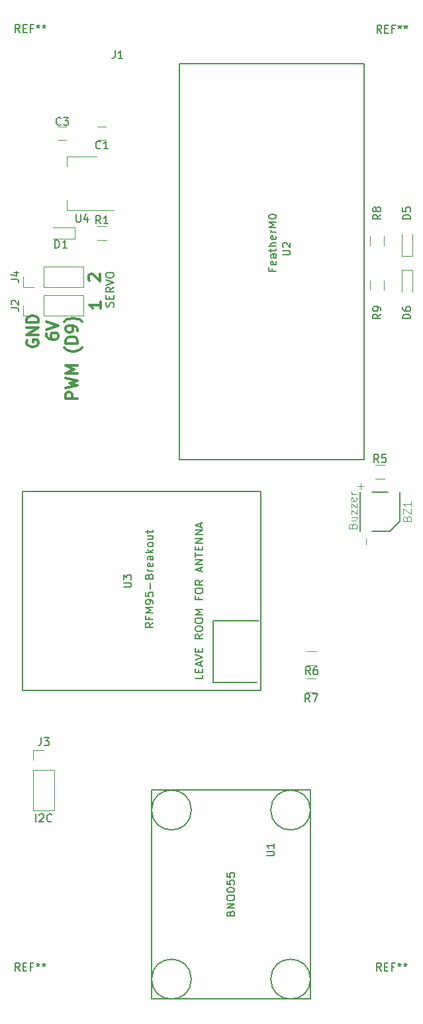
<source format=gto>
G04 #@! TF.GenerationSoftware,KiCad,Pcbnew,(5.1.0)-1*
G04 #@! TF.CreationDate,2019-04-08T21:34:39-05:00*
G04 #@! TF.ProjectId,TheHub2,54686548-7562-4322-9e6b-696361645f70,1.0*
G04 #@! TF.SameCoordinates,Original*
G04 #@! TF.FileFunction,Legend,Top*
G04 #@! TF.FilePolarity,Positive*
%FSLAX46Y46*%
G04 Gerber Fmt 4.6, Leading zero omitted, Abs format (unit mm)*
G04 Created by KiCad (PCBNEW (5.1.0)-1) date 2019-04-08 21:34:39*
%MOMM*%
%LPD*%
G04 APERTURE LIST*
%ADD10C,0.300000*%
%ADD11C,0.127000*%
%ADD12C,0.120000*%
%ADD13C,0.150000*%
%ADD14C,0.050000*%
G04 APERTURE END LIST*
D10*
X110179728Y-122920071D02*
X110108300Y-122848642D01*
X110036871Y-122705785D01*
X110036871Y-122348642D01*
X110108300Y-122205785D01*
X110179728Y-122134357D01*
X110322585Y-122062928D01*
X110465442Y-122062928D01*
X110679728Y-122134357D01*
X111536871Y-122991500D01*
X111536871Y-122062928D01*
X111625771Y-125593528D02*
X111625771Y-126450671D01*
X111625771Y-126022100D02*
X110125771Y-126022100D01*
X110340057Y-126164957D01*
X110482914Y-126307814D01*
X110554342Y-126450671D01*
X108641271Y-137997557D02*
X107141271Y-137997557D01*
X107141271Y-137426128D01*
X107212700Y-137283271D01*
X107284128Y-137211842D01*
X107426985Y-137140414D01*
X107641271Y-137140414D01*
X107784128Y-137211842D01*
X107855557Y-137283271D01*
X107926985Y-137426128D01*
X107926985Y-137997557D01*
X107141271Y-136640414D02*
X108641271Y-136283271D01*
X107569842Y-135997557D01*
X108641271Y-135711842D01*
X107141271Y-135354700D01*
X108641271Y-134783271D02*
X107141271Y-134783271D01*
X108212700Y-134283271D01*
X107141271Y-133783271D01*
X108641271Y-133783271D01*
X109212700Y-131497557D02*
X109141271Y-131568985D01*
X108926985Y-131711842D01*
X108784128Y-131783271D01*
X108569842Y-131854700D01*
X108212700Y-131926128D01*
X107926985Y-131926128D01*
X107569842Y-131854700D01*
X107355557Y-131783271D01*
X107212700Y-131711842D01*
X106998414Y-131568985D01*
X106926985Y-131497557D01*
X108641271Y-130926128D02*
X107141271Y-130926128D01*
X107141271Y-130568985D01*
X107212700Y-130354700D01*
X107355557Y-130211842D01*
X107498414Y-130140414D01*
X107784128Y-130068985D01*
X107998414Y-130068985D01*
X108284128Y-130140414D01*
X108426985Y-130211842D01*
X108569842Y-130354700D01*
X108641271Y-130568985D01*
X108641271Y-130926128D01*
X108641271Y-129354700D02*
X108641271Y-129068985D01*
X108569842Y-128926128D01*
X108498414Y-128854700D01*
X108284128Y-128711842D01*
X107998414Y-128640414D01*
X107426985Y-128640414D01*
X107284128Y-128711842D01*
X107212700Y-128783271D01*
X107141271Y-128926128D01*
X107141271Y-129211842D01*
X107212700Y-129354700D01*
X107284128Y-129426128D01*
X107426985Y-129497557D01*
X107784128Y-129497557D01*
X107926985Y-129426128D01*
X107998414Y-129354700D01*
X108069842Y-129211842D01*
X108069842Y-128926128D01*
X107998414Y-128783271D01*
X107926985Y-128711842D01*
X107784128Y-128640414D01*
X109212700Y-128140414D02*
X109141271Y-128068985D01*
X108926985Y-127926128D01*
X108784128Y-127854700D01*
X108569842Y-127783271D01*
X108212700Y-127711842D01*
X107926985Y-127711842D01*
X107569842Y-127783271D01*
X107355557Y-127854700D01*
X107212700Y-127926128D01*
X106998414Y-128068985D01*
X106926985Y-128140414D01*
X104652071Y-129706642D02*
X104652071Y-129992357D01*
X104723500Y-130135214D01*
X104794928Y-130206642D01*
X105009214Y-130349500D01*
X105294928Y-130420928D01*
X105866357Y-130420928D01*
X106009214Y-130349500D01*
X106080642Y-130278071D01*
X106152071Y-130135214D01*
X106152071Y-129849500D01*
X106080642Y-129706642D01*
X106009214Y-129635214D01*
X105866357Y-129563785D01*
X105509214Y-129563785D01*
X105366357Y-129635214D01*
X105294928Y-129706642D01*
X105223500Y-129849500D01*
X105223500Y-130135214D01*
X105294928Y-130278071D01*
X105366357Y-130349500D01*
X105509214Y-130420928D01*
X104652071Y-129135214D02*
X106152071Y-128635214D01*
X104652071Y-128135214D01*
X102208900Y-130530457D02*
X102137471Y-130673314D01*
X102137471Y-130887600D01*
X102208900Y-131101885D01*
X102351757Y-131244742D01*
X102494614Y-131316171D01*
X102780328Y-131387600D01*
X102994614Y-131387600D01*
X103280328Y-131316171D01*
X103423185Y-131244742D01*
X103566042Y-131101885D01*
X103637471Y-130887600D01*
X103637471Y-130744742D01*
X103566042Y-130530457D01*
X103494614Y-130459028D01*
X102994614Y-130459028D01*
X102994614Y-130744742D01*
X103637471Y-129816171D02*
X102137471Y-129816171D01*
X103637471Y-128959028D01*
X102137471Y-128959028D01*
X103637471Y-128244742D02*
X102137471Y-128244742D01*
X102137471Y-127887600D01*
X102208900Y-127673314D01*
X102351757Y-127530457D01*
X102494614Y-127459028D01*
X102780328Y-127387600D01*
X102994614Y-127387600D01*
X103280328Y-127459028D01*
X103423185Y-127530457D01*
X103566042Y-127673314D01*
X103637471Y-127887600D01*
X103637471Y-128244742D01*
D11*
X144820000Y-154900000D02*
X144820000Y-149900000D01*
X148320000Y-149900000D02*
X146320000Y-149900000D01*
X149820000Y-149900000D02*
X149820000Y-153670000D01*
X149820000Y-153670000D02*
X148590000Y-154900000D01*
X148590000Y-154900000D02*
X146320000Y-154900000D01*
D12*
X111260000Y-104990000D02*
X112260000Y-104990000D01*
X112260000Y-103290000D02*
X111260000Y-103290000D01*
X106180000Y-104990000D02*
X107180000Y-104990000D01*
X107180000Y-103290000D02*
X106180000Y-103290000D01*
X108310000Y-117540000D02*
X105510000Y-117540000D01*
X108310000Y-116140000D02*
X105510000Y-116140000D01*
X108310000Y-117540000D02*
X108310000Y-116140000D01*
X150074400Y-119765400D02*
X151474400Y-119765400D01*
X151474400Y-119765400D02*
X151474400Y-116965400D01*
X150074400Y-119765400D02*
X150074400Y-116965400D01*
X151474400Y-121585400D02*
X151474400Y-124385400D01*
X150074400Y-121585400D02*
X150074400Y-124385400D01*
X151474400Y-121585400D02*
X150074400Y-121585400D01*
X109419700Y-127415600D02*
X109419700Y-124755600D01*
X104279700Y-127415600D02*
X109419700Y-127415600D01*
X104279700Y-124755600D02*
X109419700Y-124755600D01*
X104279700Y-127415600D02*
X104279700Y-124755600D01*
X103009700Y-127415600D02*
X101679700Y-127415600D01*
X101679700Y-127415600D02*
X101679700Y-126085600D01*
X102975100Y-182820000D02*
X104305100Y-182820000D01*
X102975100Y-184150000D02*
X102975100Y-182820000D01*
X102975100Y-185420000D02*
X105635100Y-185420000D01*
X105635100Y-185420000D02*
X105635100Y-190560000D01*
X102975100Y-185420000D02*
X102975100Y-190560000D01*
X102975100Y-190560000D02*
X105635100Y-190560000D01*
X112360000Y-117720000D02*
X111160000Y-117720000D01*
X111160000Y-115960000D02*
X112360000Y-115960000D01*
X147920000Y-148200000D02*
X146720000Y-148200000D01*
X146720000Y-146440000D02*
X147920000Y-146440000D01*
X146084400Y-118415400D02*
X146084400Y-117215400D01*
X147844400Y-117215400D02*
X147844400Y-118415400D01*
X147844400Y-122935400D02*
X147844400Y-124135400D01*
X146084400Y-124135400D02*
X146084400Y-122935400D01*
D13*
X138430000Y-190500000D02*
G75*
G03X138430000Y-190500000I-2540000J0D01*
G01*
X123190000Y-190500000D02*
G75*
G03X123190000Y-190500000I-2540000J0D01*
G01*
X123190000Y-212090000D02*
G75*
G03X123190000Y-212090000I-2540000J0D01*
G01*
X138430000Y-212090000D02*
G75*
G03X138430000Y-212090000I-2540000J0D01*
G01*
X138430000Y-214630000D02*
X138430000Y-187960000D01*
X138430000Y-187960000D02*
X118110000Y-187960000D01*
X118110000Y-187960000D02*
X118110000Y-214630000D01*
X118110000Y-214630000D02*
X138430000Y-214630000D01*
X121666000Y-95758000D02*
X121666000Y-144780000D01*
X121666000Y-144780000D02*
X121666000Y-145796000D01*
X121666000Y-145796000D02*
X144526000Y-145796000D01*
X144526000Y-145796000D02*
X144780000Y-145796000D01*
X144780000Y-145796000D02*
X145034000Y-145796000D01*
X145034000Y-145796000D02*
X145288000Y-145796000D01*
X145288000Y-145796000D02*
X145288000Y-138176000D01*
X145288000Y-138176000D02*
X145288000Y-95250000D01*
X145288000Y-95250000D02*
X121666000Y-95250000D01*
X121666000Y-95250000D02*
X121666000Y-95758000D01*
X101600000Y-152400000D02*
X101600000Y-149860000D01*
X101600000Y-149860000D02*
X132080000Y-149860000D01*
X132080000Y-149860000D02*
X132080000Y-170942000D01*
X101600000Y-152400000D02*
X101600000Y-175260000D01*
X101600000Y-175260000D02*
X132080000Y-175260000D01*
X132080000Y-175260000D02*
X132080000Y-170942000D01*
X131826000Y-166370000D02*
X125984000Y-166370000D01*
X125984000Y-166370000D02*
X125984000Y-174244000D01*
X125984000Y-174244000D02*
X131572000Y-174244000D01*
D12*
X113320000Y-113900000D02*
X107310000Y-113900000D01*
X111070000Y-107080000D02*
X107310000Y-107080000D01*
X107310000Y-113900000D02*
X107310000Y-112640000D01*
X107310000Y-107080000D02*
X107310000Y-108340000D01*
X101679700Y-123770700D02*
X101679700Y-122440700D01*
X103009700Y-123770700D02*
X101679700Y-123770700D01*
X104279700Y-123770700D02*
X104279700Y-121110700D01*
X104279700Y-121110700D02*
X109419700Y-121110700D01*
X104279700Y-123770700D02*
X109419700Y-123770700D01*
X109419700Y-123770700D02*
X109419700Y-121110700D01*
X137982400Y-170227100D02*
X139182400Y-170227100D01*
X139182400Y-171987100D02*
X137982400Y-171987100D01*
X139116400Y-175466900D02*
X137916400Y-175466900D01*
X137916400Y-173706900D02*
X139116400Y-173706900D01*
D13*
X101257266Y-91235680D02*
X100923933Y-90759490D01*
X100685838Y-91235680D02*
X100685838Y-90235680D01*
X101066790Y-90235680D01*
X101162028Y-90283300D01*
X101209647Y-90330919D01*
X101257266Y-90426157D01*
X101257266Y-90569014D01*
X101209647Y-90664252D01*
X101162028Y-90711871D01*
X101066790Y-90759490D01*
X100685838Y-90759490D01*
X101685838Y-90711871D02*
X102019171Y-90711871D01*
X102162028Y-91235680D02*
X101685838Y-91235680D01*
X101685838Y-90235680D01*
X102162028Y-90235680D01*
X102923933Y-90711871D02*
X102590600Y-90711871D01*
X102590600Y-91235680D02*
X102590600Y-90235680D01*
X103066790Y-90235680D01*
X103590600Y-90235680D02*
X103590600Y-90473776D01*
X103352504Y-90378538D02*
X103590600Y-90473776D01*
X103828695Y-90378538D01*
X103447742Y-90664252D02*
X103590600Y-90473776D01*
X103733457Y-90664252D01*
X104352504Y-90235680D02*
X104352504Y-90473776D01*
X104114409Y-90378538D02*
X104352504Y-90473776D01*
X104590600Y-90378538D01*
X104209647Y-90664252D02*
X104352504Y-90473776D01*
X104495361Y-90664252D01*
X147510666Y-91286480D02*
X147177333Y-90810290D01*
X146939238Y-91286480D02*
X146939238Y-90286480D01*
X147320190Y-90286480D01*
X147415428Y-90334100D01*
X147463047Y-90381719D01*
X147510666Y-90476957D01*
X147510666Y-90619814D01*
X147463047Y-90715052D01*
X147415428Y-90762671D01*
X147320190Y-90810290D01*
X146939238Y-90810290D01*
X147939238Y-90762671D02*
X148272571Y-90762671D01*
X148415428Y-91286480D02*
X147939238Y-91286480D01*
X147939238Y-90286480D01*
X148415428Y-90286480D01*
X149177333Y-90762671D02*
X148844000Y-90762671D01*
X148844000Y-91286480D02*
X148844000Y-90286480D01*
X149320190Y-90286480D01*
X149844000Y-90286480D02*
X149844000Y-90524576D01*
X149605904Y-90429338D02*
X149844000Y-90524576D01*
X150082095Y-90429338D01*
X149701142Y-90715052D02*
X149844000Y-90524576D01*
X149986857Y-90715052D01*
X150605904Y-90286480D02*
X150605904Y-90524576D01*
X150367809Y-90429338D02*
X150605904Y-90524576D01*
X150844000Y-90429338D01*
X150463047Y-90715052D02*
X150605904Y-90524576D01*
X150748761Y-90715052D01*
X101244566Y-211034780D02*
X100911233Y-210558590D01*
X100673138Y-211034780D02*
X100673138Y-210034780D01*
X101054090Y-210034780D01*
X101149328Y-210082400D01*
X101196947Y-210130019D01*
X101244566Y-210225257D01*
X101244566Y-210368114D01*
X101196947Y-210463352D01*
X101149328Y-210510971D01*
X101054090Y-210558590D01*
X100673138Y-210558590D01*
X101673138Y-210510971D02*
X102006471Y-210510971D01*
X102149328Y-211034780D02*
X101673138Y-211034780D01*
X101673138Y-210034780D01*
X102149328Y-210034780D01*
X102911233Y-210510971D02*
X102577900Y-210510971D01*
X102577900Y-211034780D02*
X102577900Y-210034780D01*
X103054090Y-210034780D01*
X103577900Y-210034780D02*
X103577900Y-210272876D01*
X103339804Y-210177638D02*
X103577900Y-210272876D01*
X103815995Y-210177638D01*
X103435042Y-210463352D02*
X103577900Y-210272876D01*
X103720757Y-210463352D01*
X104339804Y-210034780D02*
X104339804Y-210272876D01*
X104101709Y-210177638D02*
X104339804Y-210272876D01*
X104577900Y-210177638D01*
X104196947Y-210463352D02*
X104339804Y-210272876D01*
X104482661Y-210463352D01*
X147472566Y-211034780D02*
X147139233Y-210558590D01*
X146901138Y-211034780D02*
X146901138Y-210034780D01*
X147282090Y-210034780D01*
X147377328Y-210082400D01*
X147424947Y-210130019D01*
X147472566Y-210225257D01*
X147472566Y-210368114D01*
X147424947Y-210463352D01*
X147377328Y-210510971D01*
X147282090Y-210558590D01*
X146901138Y-210558590D01*
X147901138Y-210510971D02*
X148234471Y-210510971D01*
X148377328Y-211034780D02*
X147901138Y-211034780D01*
X147901138Y-210034780D01*
X148377328Y-210034780D01*
X149139233Y-210510971D02*
X148805900Y-210510971D01*
X148805900Y-211034780D02*
X148805900Y-210034780D01*
X149282090Y-210034780D01*
X149805900Y-210034780D02*
X149805900Y-210272876D01*
X149567804Y-210177638D02*
X149805900Y-210272876D01*
X150043995Y-210177638D01*
X149663042Y-210463352D02*
X149805900Y-210272876D01*
X149948757Y-210463352D01*
X150567804Y-210034780D02*
X150567804Y-210272876D01*
X150329709Y-210177638D02*
X150567804Y-210272876D01*
X150805900Y-210177638D01*
X150424947Y-210463352D02*
X150567804Y-210272876D01*
X150710661Y-210463352D01*
D14*
X150748495Y-153281886D02*
X150796165Y-153138877D01*
X150843834Y-153091208D01*
X150939173Y-153043538D01*
X151082182Y-153043538D01*
X151177521Y-153091208D01*
X151225190Y-153138877D01*
X151272860Y-153234216D01*
X151272860Y-153615572D01*
X150271800Y-153615572D01*
X150271800Y-153281886D01*
X150319470Y-153186547D01*
X150367139Y-153138877D01*
X150462478Y-153091208D01*
X150557817Y-153091208D01*
X150653156Y-153138877D01*
X150700826Y-153186547D01*
X150748495Y-153281886D01*
X150748495Y-153615572D01*
X150271800Y-152709851D02*
X150271800Y-152042478D01*
X151272860Y-152709851D01*
X151272860Y-152042478D01*
X151272860Y-151136757D02*
X151272860Y-151708791D01*
X151272860Y-151422774D02*
X150271800Y-151422774D01*
X150414809Y-151518113D01*
X150510148Y-151613452D01*
X150557817Y-151708791D01*
X143793122Y-154203802D02*
X143840747Y-154060926D01*
X143888372Y-154013301D01*
X143983623Y-153965675D01*
X144126498Y-153965675D01*
X144221749Y-154013301D01*
X144269374Y-154060926D01*
X144316999Y-154156176D01*
X144316999Y-154537178D01*
X143316869Y-154537178D01*
X143316869Y-154203802D01*
X143364495Y-154108551D01*
X143412120Y-154060926D01*
X143507370Y-154013301D01*
X143602621Y-154013301D01*
X143697871Y-154060926D01*
X143745496Y-154108551D01*
X143793122Y-154203802D01*
X143793122Y-154537178D01*
X143650246Y-153108421D02*
X144316999Y-153108421D01*
X143650246Y-153537048D02*
X144174124Y-153537048D01*
X144269374Y-153489423D01*
X144316999Y-153394173D01*
X144316999Y-153251297D01*
X144269374Y-153156046D01*
X144221749Y-153108421D01*
X143650246Y-152727419D02*
X143650246Y-152203542D01*
X144316999Y-152727419D01*
X144316999Y-152203542D01*
X143650246Y-151917790D02*
X143650246Y-151393913D01*
X144316999Y-151917790D01*
X144316999Y-151393913D01*
X144269374Y-150631909D02*
X144316999Y-150727159D01*
X144316999Y-150917660D01*
X144269374Y-151012911D01*
X144174124Y-151060536D01*
X143793122Y-151060536D01*
X143697871Y-151012911D01*
X143650246Y-150917660D01*
X143650246Y-150727159D01*
X143697871Y-150631909D01*
X143793122Y-150584284D01*
X143888372Y-150584284D01*
X143983623Y-151060536D01*
X144316999Y-150155656D02*
X143650246Y-150155656D01*
X143840747Y-150155656D02*
X143745496Y-150108031D01*
X143697871Y-150060406D01*
X143650246Y-149965155D01*
X143650246Y-149869905D01*
X144828758Y-149537572D02*
X144828758Y-148775667D01*
X145209710Y-149156620D02*
X144447806Y-149156620D01*
X145548018Y-156577972D02*
X145548018Y-155816067D01*
D13*
X111593333Y-105997142D02*
X111545714Y-106044761D01*
X111402857Y-106092380D01*
X111307619Y-106092380D01*
X111164761Y-106044761D01*
X111069523Y-105949523D01*
X111021904Y-105854285D01*
X110974285Y-105663809D01*
X110974285Y-105520952D01*
X111021904Y-105330476D01*
X111069523Y-105235238D01*
X111164761Y-105140000D01*
X111307619Y-105092380D01*
X111402857Y-105092380D01*
X111545714Y-105140000D01*
X111593333Y-105187619D01*
X112545714Y-106092380D02*
X111974285Y-106092380D01*
X112260000Y-106092380D02*
X112260000Y-105092380D01*
X112164761Y-105235238D01*
X112069523Y-105330476D01*
X111974285Y-105378095D01*
X106513333Y-102997142D02*
X106465714Y-103044761D01*
X106322857Y-103092380D01*
X106227619Y-103092380D01*
X106084761Y-103044761D01*
X105989523Y-102949523D01*
X105941904Y-102854285D01*
X105894285Y-102663809D01*
X105894285Y-102520952D01*
X105941904Y-102330476D01*
X105989523Y-102235238D01*
X106084761Y-102140000D01*
X106227619Y-102092380D01*
X106322857Y-102092380D01*
X106465714Y-102140000D01*
X106513333Y-102187619D01*
X106846666Y-102092380D02*
X107465714Y-102092380D01*
X107132380Y-102473333D01*
X107275238Y-102473333D01*
X107370476Y-102520952D01*
X107418095Y-102568571D01*
X107465714Y-102663809D01*
X107465714Y-102901904D01*
X107418095Y-102997142D01*
X107370476Y-103044761D01*
X107275238Y-103092380D01*
X106989523Y-103092380D01*
X106894285Y-103044761D01*
X106846666Y-102997142D01*
X105771904Y-118742380D02*
X105771904Y-117742380D01*
X106010000Y-117742380D01*
X106152857Y-117790000D01*
X106248095Y-117885238D01*
X106295714Y-117980476D01*
X106343333Y-118170952D01*
X106343333Y-118313809D01*
X106295714Y-118504285D01*
X106248095Y-118599523D01*
X106152857Y-118694761D01*
X106010000Y-118742380D01*
X105771904Y-118742380D01*
X107295714Y-118742380D02*
X106724285Y-118742380D01*
X107010000Y-118742380D02*
X107010000Y-117742380D01*
X106914761Y-117885238D01*
X106819523Y-117980476D01*
X106724285Y-118028095D01*
X151226780Y-115063495D02*
X150226780Y-115063495D01*
X150226780Y-114825400D01*
X150274400Y-114682542D01*
X150369638Y-114587304D01*
X150464876Y-114539685D01*
X150655352Y-114492066D01*
X150798209Y-114492066D01*
X150988685Y-114539685D01*
X151083923Y-114587304D01*
X151179161Y-114682542D01*
X151226780Y-114825400D01*
X151226780Y-115063495D01*
X150226780Y-113587304D02*
X150226780Y-114063495D01*
X150702971Y-114111114D01*
X150655352Y-114063495D01*
X150607733Y-113968257D01*
X150607733Y-113730161D01*
X150655352Y-113634923D01*
X150702971Y-113587304D01*
X150798209Y-113539685D01*
X151036304Y-113539685D01*
X151131542Y-113587304D01*
X151179161Y-113634923D01*
X151226780Y-113730161D01*
X151226780Y-113968257D01*
X151179161Y-114063495D01*
X151131542Y-114111114D01*
X151226780Y-127763495D02*
X150226780Y-127763495D01*
X150226780Y-127525400D01*
X150274400Y-127382542D01*
X150369638Y-127287304D01*
X150464876Y-127239685D01*
X150655352Y-127192066D01*
X150798209Y-127192066D01*
X150988685Y-127239685D01*
X151083923Y-127287304D01*
X151179161Y-127382542D01*
X151226780Y-127525400D01*
X151226780Y-127763495D01*
X150226780Y-126334923D02*
X150226780Y-126525400D01*
X150274400Y-126620638D01*
X150322019Y-126668257D01*
X150464876Y-126763495D01*
X150655352Y-126811114D01*
X151036304Y-126811114D01*
X151131542Y-126763495D01*
X151179161Y-126715876D01*
X151226780Y-126620638D01*
X151226780Y-126430161D01*
X151179161Y-126334923D01*
X151131542Y-126287304D01*
X151036304Y-126239685D01*
X150798209Y-126239685D01*
X150702971Y-126287304D01*
X150655352Y-126334923D01*
X150607733Y-126430161D01*
X150607733Y-126620638D01*
X150655352Y-126715876D01*
X150702971Y-126763495D01*
X150798209Y-126811114D01*
X113418266Y-93546680D02*
X113418266Y-94260966D01*
X113370647Y-94403823D01*
X113275409Y-94499061D01*
X113132552Y-94546680D01*
X113037314Y-94546680D01*
X114418266Y-94546680D02*
X113846838Y-94546680D01*
X114132552Y-94546680D02*
X114132552Y-93546680D01*
X114037314Y-93689538D01*
X113942076Y-93784776D01*
X113846838Y-93832395D01*
X100132080Y-126418933D02*
X100846366Y-126418933D01*
X100989223Y-126466552D01*
X101084461Y-126561790D01*
X101132080Y-126704647D01*
X101132080Y-126799885D01*
X100227319Y-125990361D02*
X100179700Y-125942742D01*
X100132080Y-125847504D01*
X100132080Y-125609409D01*
X100179700Y-125514171D01*
X100227319Y-125466552D01*
X100322557Y-125418933D01*
X100417795Y-125418933D01*
X100560652Y-125466552D01*
X101132080Y-126037980D01*
X101132080Y-125418933D01*
X113206161Y-126256776D02*
X113253780Y-126113919D01*
X113253780Y-125875823D01*
X113206161Y-125780585D01*
X113158542Y-125732966D01*
X113063304Y-125685347D01*
X112968066Y-125685347D01*
X112872828Y-125732966D01*
X112825209Y-125780585D01*
X112777590Y-125875823D01*
X112729971Y-126066300D01*
X112682352Y-126161538D01*
X112634733Y-126209157D01*
X112539495Y-126256776D01*
X112444257Y-126256776D01*
X112349019Y-126209157D01*
X112301400Y-126161538D01*
X112253780Y-126066300D01*
X112253780Y-125828204D01*
X112301400Y-125685347D01*
X112729971Y-125256776D02*
X112729971Y-124923442D01*
X113253780Y-124780585D02*
X113253780Y-125256776D01*
X112253780Y-125256776D01*
X112253780Y-124780585D01*
X113253780Y-123780585D02*
X112777590Y-124113919D01*
X113253780Y-124352014D02*
X112253780Y-124352014D01*
X112253780Y-123971061D01*
X112301400Y-123875823D01*
X112349019Y-123828204D01*
X112444257Y-123780585D01*
X112587114Y-123780585D01*
X112682352Y-123828204D01*
X112729971Y-123875823D01*
X112777590Y-123971061D01*
X112777590Y-124352014D01*
X112253780Y-123494871D02*
X113253780Y-123161538D01*
X112253780Y-122828204D01*
X112253780Y-122304395D02*
X112253780Y-122113919D01*
X112301400Y-122018680D01*
X112396638Y-121923442D01*
X112587114Y-121875823D01*
X112920447Y-121875823D01*
X113110923Y-121923442D01*
X113206161Y-122018680D01*
X113253780Y-122113919D01*
X113253780Y-122304395D01*
X113206161Y-122399633D01*
X113110923Y-122494871D01*
X112920447Y-122542490D01*
X112587114Y-122542490D01*
X112396638Y-122494871D01*
X112301400Y-122399633D01*
X112253780Y-122304395D01*
X103971766Y-181272380D02*
X103971766Y-181986666D01*
X103924147Y-182129523D01*
X103828909Y-182224761D01*
X103686052Y-182272380D01*
X103590814Y-182272380D01*
X104352719Y-181272380D02*
X104971766Y-181272380D01*
X104638433Y-181653333D01*
X104781290Y-181653333D01*
X104876528Y-181700952D01*
X104924147Y-181748571D01*
X104971766Y-181843809D01*
X104971766Y-182081904D01*
X104924147Y-182177142D01*
X104876528Y-182224761D01*
X104781290Y-182272380D01*
X104495576Y-182272380D01*
X104400338Y-182224761D01*
X104352719Y-182177142D01*
X103328909Y-192012380D02*
X103328909Y-191012380D01*
X103757480Y-191107619D02*
X103805100Y-191060000D01*
X103900338Y-191012380D01*
X104138433Y-191012380D01*
X104233671Y-191060000D01*
X104281290Y-191107619D01*
X104328909Y-191202857D01*
X104328909Y-191298095D01*
X104281290Y-191440952D01*
X103709861Y-192012380D01*
X104328909Y-192012380D01*
X105328909Y-191917142D02*
X105281290Y-191964761D01*
X105138433Y-192012380D01*
X105043195Y-192012380D01*
X104900338Y-191964761D01*
X104805100Y-191869523D01*
X104757480Y-191774285D01*
X104709861Y-191583809D01*
X104709861Y-191440952D01*
X104757480Y-191250476D01*
X104805100Y-191155238D01*
X104900338Y-191060000D01*
X105043195Y-191012380D01*
X105138433Y-191012380D01*
X105281290Y-191060000D01*
X105328909Y-191107619D01*
X111593333Y-115642380D02*
X111260000Y-115166190D01*
X111021904Y-115642380D02*
X111021904Y-114642380D01*
X111402857Y-114642380D01*
X111498095Y-114690000D01*
X111545714Y-114737619D01*
X111593333Y-114832857D01*
X111593333Y-114975714D01*
X111545714Y-115070952D01*
X111498095Y-115118571D01*
X111402857Y-115166190D01*
X111021904Y-115166190D01*
X112545714Y-115642380D02*
X111974285Y-115642380D01*
X112260000Y-115642380D02*
X112260000Y-114642380D01*
X112164761Y-114785238D01*
X112069523Y-114880476D01*
X111974285Y-114928095D01*
X147153333Y-146122380D02*
X146820000Y-145646190D01*
X146581904Y-146122380D02*
X146581904Y-145122380D01*
X146962857Y-145122380D01*
X147058095Y-145170000D01*
X147105714Y-145217619D01*
X147153333Y-145312857D01*
X147153333Y-145455714D01*
X147105714Y-145550952D01*
X147058095Y-145598571D01*
X146962857Y-145646190D01*
X146581904Y-145646190D01*
X148058095Y-145122380D02*
X147581904Y-145122380D01*
X147534285Y-145598571D01*
X147581904Y-145550952D01*
X147677142Y-145503333D01*
X147915238Y-145503333D01*
X148010476Y-145550952D01*
X148058095Y-145598571D01*
X148105714Y-145693809D01*
X148105714Y-145931904D01*
X148058095Y-146027142D01*
X148010476Y-146074761D01*
X147915238Y-146122380D01*
X147677142Y-146122380D01*
X147581904Y-146074761D01*
X147534285Y-146027142D01*
X147416780Y-114492066D02*
X146940590Y-114825400D01*
X147416780Y-115063495D02*
X146416780Y-115063495D01*
X146416780Y-114682542D01*
X146464400Y-114587304D01*
X146512019Y-114539685D01*
X146607257Y-114492066D01*
X146750114Y-114492066D01*
X146845352Y-114539685D01*
X146892971Y-114587304D01*
X146940590Y-114682542D01*
X146940590Y-115063495D01*
X146845352Y-113920638D02*
X146797733Y-114015876D01*
X146750114Y-114063495D01*
X146654876Y-114111114D01*
X146607257Y-114111114D01*
X146512019Y-114063495D01*
X146464400Y-114015876D01*
X146416780Y-113920638D01*
X146416780Y-113730161D01*
X146464400Y-113634923D01*
X146512019Y-113587304D01*
X146607257Y-113539685D01*
X146654876Y-113539685D01*
X146750114Y-113587304D01*
X146797733Y-113634923D01*
X146845352Y-113730161D01*
X146845352Y-113920638D01*
X146892971Y-114015876D01*
X146940590Y-114063495D01*
X147035828Y-114111114D01*
X147226304Y-114111114D01*
X147321542Y-114063495D01*
X147369161Y-114015876D01*
X147416780Y-113920638D01*
X147416780Y-113730161D01*
X147369161Y-113634923D01*
X147321542Y-113587304D01*
X147226304Y-113539685D01*
X147035828Y-113539685D01*
X146940590Y-113587304D01*
X146892971Y-113634923D01*
X146845352Y-113730161D01*
X147416780Y-127192066D02*
X146940590Y-127525400D01*
X147416780Y-127763495D02*
X146416780Y-127763495D01*
X146416780Y-127382542D01*
X146464400Y-127287304D01*
X146512019Y-127239685D01*
X146607257Y-127192066D01*
X146750114Y-127192066D01*
X146845352Y-127239685D01*
X146892971Y-127287304D01*
X146940590Y-127382542D01*
X146940590Y-127763495D01*
X147416780Y-126715876D02*
X147416780Y-126525400D01*
X147369161Y-126430161D01*
X147321542Y-126382542D01*
X147178685Y-126287304D01*
X146988209Y-126239685D01*
X146607257Y-126239685D01*
X146512019Y-126287304D01*
X146464400Y-126334923D01*
X146416780Y-126430161D01*
X146416780Y-126620638D01*
X146464400Y-126715876D01*
X146512019Y-126763495D01*
X146607257Y-126811114D01*
X146845352Y-126811114D01*
X146940590Y-126763495D01*
X146988209Y-126715876D01*
X147035828Y-126620638D01*
X147035828Y-126430161D01*
X146988209Y-126334923D01*
X146940590Y-126287304D01*
X146845352Y-126239685D01*
X132802380Y-196341904D02*
X133611904Y-196341904D01*
X133707142Y-196294285D01*
X133754761Y-196246666D01*
X133802380Y-196151428D01*
X133802380Y-195960952D01*
X133754761Y-195865714D01*
X133707142Y-195818095D01*
X133611904Y-195770476D01*
X132802380Y-195770476D01*
X133802380Y-194770476D02*
X133802380Y-195341904D01*
X133802380Y-195056190D02*
X132802380Y-195056190D01*
X132945238Y-195151428D01*
X133040476Y-195246666D01*
X133088095Y-195341904D01*
X128198571Y-203699761D02*
X128246190Y-203556904D01*
X128293809Y-203509285D01*
X128389047Y-203461666D01*
X128531904Y-203461666D01*
X128627142Y-203509285D01*
X128674761Y-203556904D01*
X128722380Y-203652142D01*
X128722380Y-204033095D01*
X127722380Y-204033095D01*
X127722380Y-203699761D01*
X127770000Y-203604523D01*
X127817619Y-203556904D01*
X127912857Y-203509285D01*
X128008095Y-203509285D01*
X128103333Y-203556904D01*
X128150952Y-203604523D01*
X128198571Y-203699761D01*
X128198571Y-204033095D01*
X128722380Y-203033095D02*
X127722380Y-203033095D01*
X128722380Y-202461666D01*
X127722380Y-202461666D01*
X127722380Y-201795000D02*
X127722380Y-201604523D01*
X127770000Y-201509285D01*
X127865238Y-201414047D01*
X128055714Y-201366428D01*
X128389047Y-201366428D01*
X128579523Y-201414047D01*
X128674761Y-201509285D01*
X128722380Y-201604523D01*
X128722380Y-201795000D01*
X128674761Y-201890238D01*
X128579523Y-201985476D01*
X128389047Y-202033095D01*
X128055714Y-202033095D01*
X127865238Y-201985476D01*
X127770000Y-201890238D01*
X127722380Y-201795000D01*
X127722380Y-200747380D02*
X127722380Y-200652142D01*
X127770000Y-200556904D01*
X127817619Y-200509285D01*
X127912857Y-200461666D01*
X128103333Y-200414047D01*
X128341428Y-200414047D01*
X128531904Y-200461666D01*
X128627142Y-200509285D01*
X128674761Y-200556904D01*
X128722380Y-200652142D01*
X128722380Y-200747380D01*
X128674761Y-200842619D01*
X128627142Y-200890238D01*
X128531904Y-200937857D01*
X128341428Y-200985476D01*
X128103333Y-200985476D01*
X127912857Y-200937857D01*
X127817619Y-200890238D01*
X127770000Y-200842619D01*
X127722380Y-200747380D01*
X127722380Y-199509285D02*
X127722380Y-199985476D01*
X128198571Y-200033095D01*
X128150952Y-199985476D01*
X128103333Y-199890238D01*
X128103333Y-199652142D01*
X128150952Y-199556904D01*
X128198571Y-199509285D01*
X128293809Y-199461666D01*
X128531904Y-199461666D01*
X128627142Y-199509285D01*
X128674761Y-199556904D01*
X128722380Y-199652142D01*
X128722380Y-199890238D01*
X128674761Y-199985476D01*
X128627142Y-200033095D01*
X127722380Y-198556904D02*
X127722380Y-199033095D01*
X128198571Y-199080714D01*
X128150952Y-199033095D01*
X128103333Y-198937857D01*
X128103333Y-198699761D01*
X128150952Y-198604523D01*
X128198571Y-198556904D01*
X128293809Y-198509285D01*
X128531904Y-198509285D01*
X128627142Y-198556904D01*
X128674761Y-198604523D01*
X128722380Y-198699761D01*
X128722380Y-198937857D01*
X128674761Y-199033095D01*
X128627142Y-199080714D01*
X134834380Y-119633904D02*
X135643904Y-119633904D01*
X135739142Y-119586285D01*
X135786761Y-119538666D01*
X135834380Y-119443428D01*
X135834380Y-119252952D01*
X135786761Y-119157714D01*
X135739142Y-119110095D01*
X135643904Y-119062476D01*
X134834380Y-119062476D01*
X134929619Y-118633904D02*
X134882000Y-118586285D01*
X134834380Y-118491047D01*
X134834380Y-118252952D01*
X134882000Y-118157714D01*
X134929619Y-118110095D01*
X135024857Y-118062476D01*
X135120095Y-118062476D01*
X135262952Y-118110095D01*
X135834380Y-118681523D01*
X135834380Y-118062476D01*
X133532571Y-121371904D02*
X133532571Y-121705238D01*
X134056380Y-121705238D02*
X133056380Y-121705238D01*
X133056380Y-121229047D01*
X134008761Y-120467142D02*
X134056380Y-120562380D01*
X134056380Y-120752857D01*
X134008761Y-120848095D01*
X133913523Y-120895714D01*
X133532571Y-120895714D01*
X133437333Y-120848095D01*
X133389714Y-120752857D01*
X133389714Y-120562380D01*
X133437333Y-120467142D01*
X133532571Y-120419523D01*
X133627809Y-120419523D01*
X133723047Y-120895714D01*
X134056380Y-119562380D02*
X133532571Y-119562380D01*
X133437333Y-119610000D01*
X133389714Y-119705238D01*
X133389714Y-119895714D01*
X133437333Y-119990952D01*
X134008761Y-119562380D02*
X134056380Y-119657619D01*
X134056380Y-119895714D01*
X134008761Y-119990952D01*
X133913523Y-120038571D01*
X133818285Y-120038571D01*
X133723047Y-119990952D01*
X133675428Y-119895714D01*
X133675428Y-119657619D01*
X133627809Y-119562380D01*
X133389714Y-119229047D02*
X133389714Y-118848095D01*
X133056380Y-119086190D02*
X133913523Y-119086190D01*
X134008761Y-119038571D01*
X134056380Y-118943333D01*
X134056380Y-118848095D01*
X134056380Y-118514761D02*
X133056380Y-118514761D01*
X134056380Y-118086190D02*
X133532571Y-118086190D01*
X133437333Y-118133809D01*
X133389714Y-118229047D01*
X133389714Y-118371904D01*
X133437333Y-118467142D01*
X133484952Y-118514761D01*
X134008761Y-117229047D02*
X134056380Y-117324285D01*
X134056380Y-117514761D01*
X134008761Y-117610000D01*
X133913523Y-117657619D01*
X133532571Y-117657619D01*
X133437333Y-117610000D01*
X133389714Y-117514761D01*
X133389714Y-117324285D01*
X133437333Y-117229047D01*
X133532571Y-117181428D01*
X133627809Y-117181428D01*
X133723047Y-117657619D01*
X134056380Y-116752857D02*
X133389714Y-116752857D01*
X133580190Y-116752857D02*
X133484952Y-116705238D01*
X133437333Y-116657619D01*
X133389714Y-116562380D01*
X133389714Y-116467142D01*
X134056380Y-116133809D02*
X133056380Y-116133809D01*
X133770666Y-115800476D01*
X133056380Y-115467142D01*
X134056380Y-115467142D01*
X133056380Y-114800476D02*
X133056380Y-114705238D01*
X133104000Y-114610000D01*
X133151619Y-114562380D01*
X133246857Y-114514761D01*
X133437333Y-114467142D01*
X133675428Y-114467142D01*
X133865904Y-114514761D01*
X133961142Y-114562380D01*
X134008761Y-114610000D01*
X134056380Y-114705238D01*
X134056380Y-114800476D01*
X134008761Y-114895714D01*
X133961142Y-114943333D01*
X133865904Y-114990952D01*
X133675428Y-115038571D01*
X133437333Y-115038571D01*
X133246857Y-114990952D01*
X133151619Y-114943333D01*
X133104000Y-114895714D01*
X133056380Y-114800476D01*
X114514380Y-162051904D02*
X115323904Y-162051904D01*
X115419142Y-162004285D01*
X115466761Y-161956666D01*
X115514380Y-161861428D01*
X115514380Y-161670952D01*
X115466761Y-161575714D01*
X115419142Y-161528095D01*
X115323904Y-161480476D01*
X114514380Y-161480476D01*
X114514380Y-161099523D02*
X114514380Y-160480476D01*
X114895333Y-160813809D01*
X114895333Y-160670952D01*
X114942952Y-160575714D01*
X114990571Y-160528095D01*
X115085809Y-160480476D01*
X115323904Y-160480476D01*
X115419142Y-160528095D01*
X115466761Y-160575714D01*
X115514380Y-160670952D01*
X115514380Y-160956666D01*
X115466761Y-161051904D01*
X115419142Y-161099523D01*
X118308380Y-166583619D02*
X117832190Y-166916952D01*
X118308380Y-167155047D02*
X117308380Y-167155047D01*
X117308380Y-166774095D01*
X117356000Y-166678857D01*
X117403619Y-166631238D01*
X117498857Y-166583619D01*
X117641714Y-166583619D01*
X117736952Y-166631238D01*
X117784571Y-166678857D01*
X117832190Y-166774095D01*
X117832190Y-167155047D01*
X117784571Y-165821714D02*
X117784571Y-166155047D01*
X118308380Y-166155047D02*
X117308380Y-166155047D01*
X117308380Y-165678857D01*
X118308380Y-165297904D02*
X117308380Y-165297904D01*
X118022666Y-164964571D01*
X117308380Y-164631238D01*
X118308380Y-164631238D01*
X118308380Y-164107428D02*
X118308380Y-163916952D01*
X118260761Y-163821714D01*
X118213142Y-163774095D01*
X118070285Y-163678857D01*
X117879809Y-163631238D01*
X117498857Y-163631238D01*
X117403619Y-163678857D01*
X117356000Y-163726476D01*
X117308380Y-163821714D01*
X117308380Y-164012190D01*
X117356000Y-164107428D01*
X117403619Y-164155047D01*
X117498857Y-164202666D01*
X117736952Y-164202666D01*
X117832190Y-164155047D01*
X117879809Y-164107428D01*
X117927428Y-164012190D01*
X117927428Y-163821714D01*
X117879809Y-163726476D01*
X117832190Y-163678857D01*
X117736952Y-163631238D01*
X117308380Y-162726476D02*
X117308380Y-163202666D01*
X117784571Y-163250285D01*
X117736952Y-163202666D01*
X117689333Y-163107428D01*
X117689333Y-162869333D01*
X117736952Y-162774095D01*
X117784571Y-162726476D01*
X117879809Y-162678857D01*
X118117904Y-162678857D01*
X118213142Y-162726476D01*
X118260761Y-162774095D01*
X118308380Y-162869333D01*
X118308380Y-163107428D01*
X118260761Y-163202666D01*
X118213142Y-163250285D01*
X117927428Y-162250285D02*
X117927428Y-161488380D01*
X117784571Y-160678857D02*
X117832190Y-160536000D01*
X117879809Y-160488380D01*
X117975047Y-160440761D01*
X118117904Y-160440761D01*
X118213142Y-160488380D01*
X118260761Y-160536000D01*
X118308380Y-160631238D01*
X118308380Y-161012190D01*
X117308380Y-161012190D01*
X117308380Y-160678857D01*
X117356000Y-160583619D01*
X117403619Y-160536000D01*
X117498857Y-160488380D01*
X117594095Y-160488380D01*
X117689333Y-160536000D01*
X117736952Y-160583619D01*
X117784571Y-160678857D01*
X117784571Y-161012190D01*
X118308380Y-160012190D02*
X117641714Y-160012190D01*
X117832190Y-160012190D02*
X117736952Y-159964571D01*
X117689333Y-159916952D01*
X117641714Y-159821714D01*
X117641714Y-159726476D01*
X118260761Y-159012190D02*
X118308380Y-159107428D01*
X118308380Y-159297904D01*
X118260761Y-159393142D01*
X118165523Y-159440761D01*
X117784571Y-159440761D01*
X117689333Y-159393142D01*
X117641714Y-159297904D01*
X117641714Y-159107428D01*
X117689333Y-159012190D01*
X117784571Y-158964571D01*
X117879809Y-158964571D01*
X117975047Y-159440761D01*
X118308380Y-158107428D02*
X117784571Y-158107428D01*
X117689333Y-158155047D01*
X117641714Y-158250285D01*
X117641714Y-158440761D01*
X117689333Y-158536000D01*
X118260761Y-158107428D02*
X118308380Y-158202666D01*
X118308380Y-158440761D01*
X118260761Y-158536000D01*
X118165523Y-158583619D01*
X118070285Y-158583619D01*
X117975047Y-158536000D01*
X117927428Y-158440761D01*
X117927428Y-158202666D01*
X117879809Y-158107428D01*
X118308380Y-157631238D02*
X117308380Y-157631238D01*
X117927428Y-157536000D02*
X118308380Y-157250285D01*
X117641714Y-157250285D02*
X118022666Y-157631238D01*
X118308380Y-156678857D02*
X118260761Y-156774095D01*
X118213142Y-156821714D01*
X118117904Y-156869333D01*
X117832190Y-156869333D01*
X117736952Y-156821714D01*
X117689333Y-156774095D01*
X117641714Y-156678857D01*
X117641714Y-156536000D01*
X117689333Y-156440761D01*
X117736952Y-156393142D01*
X117832190Y-156345523D01*
X118117904Y-156345523D01*
X118213142Y-156393142D01*
X118260761Y-156440761D01*
X118308380Y-156536000D01*
X118308380Y-156678857D01*
X117641714Y-155488380D02*
X118308380Y-155488380D01*
X117641714Y-155916952D02*
X118165523Y-155916952D01*
X118260761Y-155869333D01*
X118308380Y-155774095D01*
X118308380Y-155631238D01*
X118260761Y-155536000D01*
X118213142Y-155488380D01*
X117641714Y-155155047D02*
X117641714Y-154774095D01*
X117308380Y-155012190D02*
X118165523Y-155012190D01*
X118260761Y-154964571D01*
X118308380Y-154869333D01*
X118308380Y-154774095D01*
X124658380Y-173258571D02*
X124658380Y-173734761D01*
X123658380Y-173734761D01*
X124134571Y-172925238D02*
X124134571Y-172591904D01*
X124658380Y-172449047D02*
X124658380Y-172925238D01*
X123658380Y-172925238D01*
X123658380Y-172449047D01*
X124372666Y-172068095D02*
X124372666Y-171591904D01*
X124658380Y-172163333D02*
X123658380Y-171830000D01*
X124658380Y-171496666D01*
X123658380Y-171306190D02*
X124658380Y-170972857D01*
X123658380Y-170639523D01*
X124134571Y-170306190D02*
X124134571Y-169972857D01*
X124658380Y-169830000D02*
X124658380Y-170306190D01*
X123658380Y-170306190D01*
X123658380Y-169830000D01*
X124658380Y-168068095D02*
X124182190Y-168401428D01*
X124658380Y-168639523D02*
X123658380Y-168639523D01*
X123658380Y-168258571D01*
X123706000Y-168163333D01*
X123753619Y-168115714D01*
X123848857Y-168068095D01*
X123991714Y-168068095D01*
X124086952Y-168115714D01*
X124134571Y-168163333D01*
X124182190Y-168258571D01*
X124182190Y-168639523D01*
X123658380Y-167449047D02*
X123658380Y-167258571D01*
X123706000Y-167163333D01*
X123801238Y-167068095D01*
X123991714Y-167020476D01*
X124325047Y-167020476D01*
X124515523Y-167068095D01*
X124610761Y-167163333D01*
X124658380Y-167258571D01*
X124658380Y-167449047D01*
X124610761Y-167544285D01*
X124515523Y-167639523D01*
X124325047Y-167687142D01*
X123991714Y-167687142D01*
X123801238Y-167639523D01*
X123706000Y-167544285D01*
X123658380Y-167449047D01*
X123658380Y-166401428D02*
X123658380Y-166210952D01*
X123706000Y-166115714D01*
X123801238Y-166020476D01*
X123991714Y-165972857D01*
X124325047Y-165972857D01*
X124515523Y-166020476D01*
X124610761Y-166115714D01*
X124658380Y-166210952D01*
X124658380Y-166401428D01*
X124610761Y-166496666D01*
X124515523Y-166591904D01*
X124325047Y-166639523D01*
X123991714Y-166639523D01*
X123801238Y-166591904D01*
X123706000Y-166496666D01*
X123658380Y-166401428D01*
X124658380Y-165544285D02*
X123658380Y-165544285D01*
X124372666Y-165210952D01*
X123658380Y-164877619D01*
X124658380Y-164877619D01*
X124134571Y-163306190D02*
X124134571Y-163639523D01*
X124658380Y-163639523D02*
X123658380Y-163639523D01*
X123658380Y-163163333D01*
X123658380Y-162591904D02*
X123658380Y-162401428D01*
X123706000Y-162306190D01*
X123801238Y-162210952D01*
X123991714Y-162163333D01*
X124325047Y-162163333D01*
X124515523Y-162210952D01*
X124610761Y-162306190D01*
X124658380Y-162401428D01*
X124658380Y-162591904D01*
X124610761Y-162687142D01*
X124515523Y-162782380D01*
X124325047Y-162830000D01*
X123991714Y-162830000D01*
X123801238Y-162782380D01*
X123706000Y-162687142D01*
X123658380Y-162591904D01*
X124658380Y-161163333D02*
X124182190Y-161496666D01*
X124658380Y-161734761D02*
X123658380Y-161734761D01*
X123658380Y-161353809D01*
X123706000Y-161258571D01*
X123753619Y-161210952D01*
X123848857Y-161163333D01*
X123991714Y-161163333D01*
X124086952Y-161210952D01*
X124134571Y-161258571D01*
X124182190Y-161353809D01*
X124182190Y-161734761D01*
X124372666Y-160020476D02*
X124372666Y-159544285D01*
X124658380Y-160115714D02*
X123658380Y-159782380D01*
X124658380Y-159449047D01*
X124658380Y-159115714D02*
X123658380Y-159115714D01*
X124658380Y-158544285D01*
X123658380Y-158544285D01*
X123658380Y-158210952D02*
X123658380Y-157639523D01*
X124658380Y-157925238D02*
X123658380Y-157925238D01*
X124134571Y-157306190D02*
X124134571Y-156972857D01*
X124658380Y-156830000D02*
X124658380Y-157306190D01*
X123658380Y-157306190D01*
X123658380Y-156830000D01*
X124658380Y-156401428D02*
X123658380Y-156401428D01*
X124658380Y-155830000D01*
X123658380Y-155830000D01*
X124658380Y-155353809D02*
X123658380Y-155353809D01*
X124658380Y-154782380D01*
X123658380Y-154782380D01*
X124372666Y-154353809D02*
X124372666Y-153877619D01*
X124658380Y-154449047D02*
X123658380Y-154115714D01*
X124658380Y-153782380D01*
X108458095Y-114442380D02*
X108458095Y-115251904D01*
X108505714Y-115347142D01*
X108553333Y-115394761D01*
X108648571Y-115442380D01*
X108839047Y-115442380D01*
X108934285Y-115394761D01*
X108981904Y-115347142D01*
X109029523Y-115251904D01*
X109029523Y-114442380D01*
X109934285Y-114775714D02*
X109934285Y-115442380D01*
X109696190Y-114394761D02*
X109458095Y-115109047D01*
X110077142Y-115109047D01*
X100132080Y-122774033D02*
X100846366Y-122774033D01*
X100989223Y-122821652D01*
X101084461Y-122916890D01*
X101132080Y-123059747D01*
X101132080Y-123154985D01*
X100465414Y-121869271D02*
X101132080Y-121869271D01*
X100084461Y-122107366D02*
X100798747Y-122345461D01*
X100798747Y-121726414D01*
X138415733Y-173209480D02*
X138082400Y-172733290D01*
X137844304Y-173209480D02*
X137844304Y-172209480D01*
X138225257Y-172209480D01*
X138320495Y-172257100D01*
X138368114Y-172304719D01*
X138415733Y-172399957D01*
X138415733Y-172542814D01*
X138368114Y-172638052D01*
X138320495Y-172685671D01*
X138225257Y-172733290D01*
X137844304Y-172733290D01*
X139272876Y-172209480D02*
X139082400Y-172209480D01*
X138987161Y-172257100D01*
X138939542Y-172304719D01*
X138844304Y-172447576D01*
X138796685Y-172638052D01*
X138796685Y-173019004D01*
X138844304Y-173114242D01*
X138891923Y-173161861D01*
X138987161Y-173209480D01*
X139177638Y-173209480D01*
X139272876Y-173161861D01*
X139320495Y-173114242D01*
X139368114Y-173019004D01*
X139368114Y-172780909D01*
X139320495Y-172685671D01*
X139272876Y-172638052D01*
X139177638Y-172590433D01*
X138987161Y-172590433D01*
X138891923Y-172638052D01*
X138844304Y-172685671D01*
X138796685Y-172780909D01*
X138349733Y-176689280D02*
X138016400Y-176213090D01*
X137778304Y-176689280D02*
X137778304Y-175689280D01*
X138159257Y-175689280D01*
X138254495Y-175736900D01*
X138302114Y-175784519D01*
X138349733Y-175879757D01*
X138349733Y-176022614D01*
X138302114Y-176117852D01*
X138254495Y-176165471D01*
X138159257Y-176213090D01*
X137778304Y-176213090D01*
X138683066Y-175689280D02*
X139349733Y-175689280D01*
X138921161Y-176689280D01*
M02*

</source>
